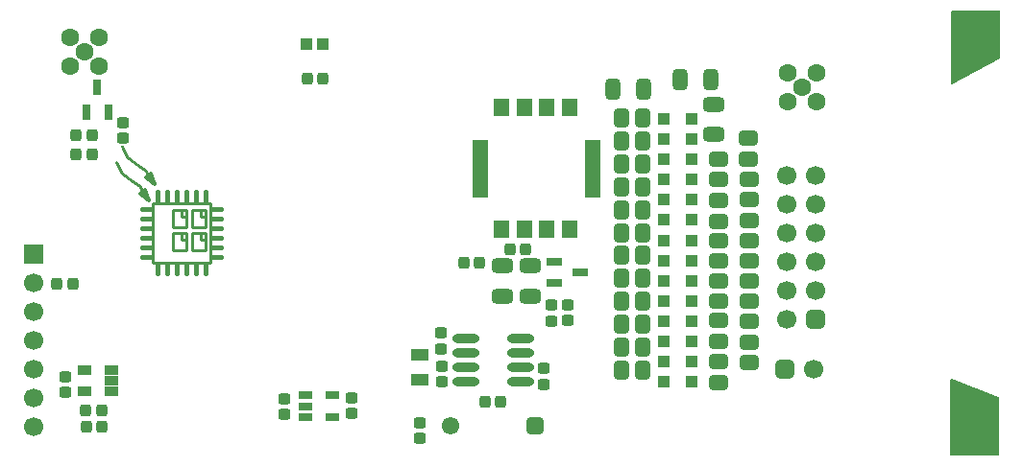
<source format=gts>
G04 Layer_Color=8388736*
%FSLAX25Y25*%
%MOIN*%
G70*
G01*
G75*
%ADD10C,0.01575*%
%ADD48C,0.01181*%
%ADD49C,0.01000*%
%ADD50C,0.00984*%
G04:AMPARAMS|DCode=57|XSize=66.93mil|YSize=55.12mil|CornerRadius=15.75mil|HoleSize=0mil|Usage=FLASHONLY|Rotation=180.000|XOffset=0mil|YOffset=0mil|HoleType=Round|Shape=RoundedRectangle|*
%AMROUNDEDRECTD57*
21,1,0.06693,0.02362,0,0,180.0*
21,1,0.03543,0.05512,0,0,180.0*
1,1,0.03150,-0.01772,0.01181*
1,1,0.03150,0.01772,0.01181*
1,1,0.03150,0.01772,-0.01181*
1,1,0.03150,-0.01772,-0.01181*
%
%ADD57ROUNDEDRECTD57*%
%ADD58R,0.04331X0.04331*%
G04:AMPARAMS|DCode=59|XSize=74.8mil|YSize=51.18mil|CornerRadius=14.76mil|HoleSize=0mil|Usage=FLASHONLY|Rotation=180.000|XOffset=0mil|YOffset=0mil|HoleType=Round|Shape=RoundedRectangle|*
%AMROUNDEDRECTD59*
21,1,0.07480,0.02165,0,0,180.0*
21,1,0.04528,0.05118,0,0,180.0*
1,1,0.02953,-0.02264,0.01083*
1,1,0.02953,0.02264,0.01083*
1,1,0.02953,0.02264,-0.01083*
1,1,0.02953,-0.02264,-0.01083*
%
%ADD59ROUNDEDRECTD59*%
G04:AMPARAMS|DCode=60|XSize=74.8mil|YSize=51.18mil|CornerRadius=14.76mil|HoleSize=0mil|Usage=FLASHONLY|Rotation=270.000|XOffset=0mil|YOffset=0mil|HoleType=Round|Shape=RoundedRectangle|*
%AMROUNDEDRECTD60*
21,1,0.07480,0.02165,0,0,270.0*
21,1,0.04528,0.05118,0,0,270.0*
1,1,0.02953,-0.01083,-0.02264*
1,1,0.02953,-0.01083,0.02264*
1,1,0.02953,0.01083,0.02264*
1,1,0.02953,0.01083,-0.02264*
%
%ADD60ROUNDEDRECTD60*%
%ADD61R,0.05512X0.20472*%
%ADD62R,0.05512X0.06102*%
G04:AMPARAMS|DCode=63|XSize=43.31mil|YSize=39.37mil|CornerRadius=11.81mil|HoleSize=0mil|Usage=FLASHONLY|Rotation=270.000|XOffset=0mil|YOffset=0mil|HoleType=Round|Shape=RoundedRectangle|*
%AMROUNDEDRECTD63*
21,1,0.04331,0.01575,0,0,270.0*
21,1,0.01969,0.03937,0,0,270.0*
1,1,0.02362,-0.00787,-0.00984*
1,1,0.02362,-0.00787,0.00984*
1,1,0.02362,0.00787,0.00984*
1,1,0.02362,0.00787,-0.00984*
%
%ADD63ROUNDEDRECTD63*%
G04:AMPARAMS|DCode=64|XSize=66.93mil|YSize=55.12mil|CornerRadius=15.75mil|HoleSize=0mil|Usage=FLASHONLY|Rotation=90.000|XOffset=0mil|YOffset=0mil|HoleType=Round|Shape=RoundedRectangle|*
%AMROUNDEDRECTD64*
21,1,0.06693,0.02362,0,0,90.0*
21,1,0.03543,0.05512,0,0,90.0*
1,1,0.03150,0.01181,0.01772*
1,1,0.03150,0.01181,-0.01772*
1,1,0.03150,-0.01181,-0.01772*
1,1,0.03150,-0.01181,0.01772*
%
%ADD64ROUNDEDRECTD64*%
G04:AMPARAMS|DCode=65|XSize=43.31mil|YSize=39.37mil|CornerRadius=11.81mil|HoleSize=0mil|Usage=FLASHONLY|Rotation=0.000|XOffset=0mil|YOffset=0mil|HoleType=Round|Shape=RoundedRectangle|*
%AMROUNDEDRECTD65*
21,1,0.04331,0.01575,0,0,0.0*
21,1,0.01969,0.03937,0,0,0.0*
1,1,0.02362,0.00984,-0.00787*
1,1,0.02362,-0.00984,-0.00787*
1,1,0.02362,-0.00984,0.00787*
1,1,0.02362,0.00984,0.00787*
%
%ADD65ROUNDEDRECTD65*%
%ADD66O,0.09449X0.03150*%
%ADD67R,0.04921X0.03150*%
%ADD68R,0.03937X0.04331*%
%ADD69R,0.06299X0.03937*%
%ADD70R,0.05118X0.03347*%
%ADD71R,0.05315X0.03150*%
%ADD72R,0.03150X0.05315*%
%ADD73C,0.06102*%
G04:AMPARAMS|DCode=74|XSize=61.02mil|YSize=61.02mil|CornerRadius=17.22mil|HoleSize=0mil|Usage=FLASHONLY|Rotation=180.000|XOffset=0mil|YOffset=0mil|HoleType=Round|Shape=RoundedRectangle|*
%AMROUNDEDRECTD74*
21,1,0.06102,0.02658,0,0,180.0*
21,1,0.02658,0.06102,0,0,180.0*
1,1,0.03445,-0.01329,0.01329*
1,1,0.03445,0.01329,0.01329*
1,1,0.03445,0.01329,-0.01329*
1,1,0.03445,-0.01329,-0.01329*
%
%ADD74ROUNDEDRECTD74*%
%ADD75C,0.06299*%
G04:AMPARAMS|DCode=76|XSize=66.93mil|YSize=66.93mil|CornerRadius=18.7mil|HoleSize=0mil|Usage=FLASHONLY|Rotation=0.000|XOffset=0mil|YOffset=0mil|HoleType=Round|Shape=RoundedRectangle|*
%AMROUNDEDRECTD76*
21,1,0.06693,0.02953,0,0,0.0*
21,1,0.02953,0.06693,0,0,0.0*
1,1,0.03740,0.01476,-0.01476*
1,1,0.03740,-0.01476,-0.01476*
1,1,0.03740,-0.01476,0.01476*
1,1,0.03740,0.01476,0.01476*
%
%ADD76ROUNDEDRECTD76*%
%ADD77C,0.06693*%
G04:AMPARAMS|DCode=78|XSize=66.93mil|YSize=66.93mil|CornerRadius=18.7mil|HoleSize=0mil|Usage=FLASHONLY|Rotation=90.000|XOffset=0mil|YOffset=0mil|HoleType=Round|Shape=RoundedRectangle|*
%AMROUNDEDRECTD78*
21,1,0.06693,0.02953,0,0,90.0*
21,1,0.02953,0.06693,0,0,90.0*
1,1,0.03740,0.01476,0.01476*
1,1,0.03740,0.01476,-0.01476*
1,1,0.03740,-0.01476,-0.01476*
1,1,0.03740,-0.01476,0.01476*
%
%ADD78ROUNDEDRECTD78*%
%ADD79R,0.06693X0.06693*%
G36*
X340256Y22305D02*
X340354Y22206D01*
Y2089D01*
X339999Y1738D01*
X323622Y1931D01*
Y28164D01*
X324033Y28448D01*
X340256Y22305D01*
D02*
G37*
G36*
X340748Y139862D02*
X340650Y139764D01*
X324276Y130705D01*
X323845Y130959D01*
X323787Y156142D01*
X324141Y156496D01*
X340748Y156496D01*
Y139862D01*
D02*
G37*
D10*
X48524Y65059D02*
Y68602D01*
X51831Y65059D02*
Y68602D01*
X55138Y65059D02*
Y68602D01*
X58445Y65059D02*
Y68602D01*
X61752Y65059D02*
Y68602D01*
X65059Y65059D02*
Y68602D01*
X43012Y70965D02*
X46555D01*
X43012Y74272D02*
X46555D01*
X43012Y77579D02*
X46555D01*
X43012Y80886D02*
X46555D01*
X43012Y84193D02*
X46555D01*
X43012Y87500D02*
X46555D01*
X67028Y70965D02*
X70571D01*
X67028Y74272D02*
X70571D01*
X67028Y77579D02*
X70571D01*
X67028Y80886D02*
X70571D01*
X67028Y84193D02*
X70571D01*
X67028Y87500D02*
X70571D01*
X48524Y89862D02*
Y93405D01*
X51831Y89862D02*
Y93405D01*
X55138Y89862D02*
Y93405D01*
X58445Y89862D02*
Y93405D01*
X61752Y89862D02*
Y93405D01*
X65059Y89862D02*
Y93405D01*
D48*
X44587Y98524D02*
X47343Y96161D01*
X44587Y98524D02*
X46161Y99705D01*
X47343Y96161D01*
X45768Y98524D02*
X47343Y96161D01*
X42618Y93012D02*
X45374Y90650D01*
X42618Y93012D02*
X44193Y94193D01*
X45374Y90650D01*
X43799Y93012D02*
X45374Y90650D01*
D49*
X36283Y109164D02*
G03*
X41439Y102861I8997J2099D01*
G01*
X46161Y97736D02*
G03*
X41439Y102861I-7349J-2034D01*
G01*
X34315Y103652D02*
G03*
X39471Y97349I8997J2099D01*
G01*
X44193Y92224D02*
G03*
X39471Y97349I-7349J-2034D01*
G01*
D50*
X66634Y68996D02*
Y89468D01*
X46949Y68996D02*
X66634D01*
X46949D02*
Y89468D01*
X66634D01*
X53642Y79232D02*
X58366D01*
X53642Y73327D02*
Y79232D01*
Y73327D02*
X58366D01*
Y79232D01*
X56791Y76870D02*
X58366D01*
X56791D02*
Y79232D01*
X60335D02*
X65059D01*
X60335Y73327D02*
Y79232D01*
Y73327D02*
X65059D01*
Y79232D01*
X63484Y76870D02*
X65059D01*
X63484D02*
Y79232D01*
X53642Y87106D02*
X58366D01*
X53642Y81201D02*
Y87106D01*
Y81201D02*
X58366D01*
Y87106D01*
X56791Y84744D02*
X58366D01*
X56791D02*
Y87106D01*
X63484Y84744D02*
Y87106D01*
Y84744D02*
X65059D01*
Y81201D02*
Y87106D01*
X60335Y81201D02*
X65059D01*
X60335D02*
Y87106D01*
X65059D01*
D57*
X253740Y41240D02*
D03*
Y34154D02*
D03*
X243209Y34449D02*
D03*
Y27362D02*
D03*
X253543Y112106D02*
D03*
Y105020D02*
D03*
X243110Y104921D02*
D03*
Y97835D02*
D03*
X253740D02*
D03*
Y90748D02*
D03*
X243110Y90453D02*
D03*
Y83366D02*
D03*
X253740Y83563D02*
D03*
Y76476D02*
D03*
X243209Y76673D02*
D03*
Y69587D02*
D03*
X253642Y69488D02*
D03*
Y62402D02*
D03*
X243110Y62697D02*
D03*
Y55610D02*
D03*
X253839D02*
D03*
Y48524D02*
D03*
X243110Y48720D02*
D03*
Y41634D02*
D03*
D58*
X224213Y118898D02*
D03*
X233661D02*
D03*
X224213Y111864D02*
D03*
X233661D02*
D03*
X224213Y104831D02*
D03*
X233661D02*
D03*
X224213Y97797D02*
D03*
X233661D02*
D03*
X224213Y90763D02*
D03*
X233661D02*
D03*
X224213Y83729D02*
D03*
X233661D02*
D03*
X224213Y76695D02*
D03*
X233661D02*
D03*
X224213Y69662D02*
D03*
X233661D02*
D03*
X224213Y62628D02*
D03*
X233661D02*
D03*
X224213Y55594D02*
D03*
X233661D02*
D03*
X224213Y48560D02*
D03*
X233661D02*
D03*
X224213Y27459D02*
D03*
X233661D02*
D03*
X224213Y41526D02*
D03*
X233661D02*
D03*
X224213Y34493D02*
D03*
X233661D02*
D03*
D59*
X241437Y124016D02*
D03*
Y113386D02*
D03*
X177657Y57185D02*
D03*
Y67815D02*
D03*
X168012Y67913D02*
D03*
Y57284D02*
D03*
D60*
X229724Y132480D02*
D03*
X240354D02*
D03*
X206496Y129232D02*
D03*
X217126D02*
D03*
D61*
X160335Y101378D02*
D03*
X199311D02*
D03*
D62*
X167815Y80512D02*
D03*
X175689D02*
D03*
X183563D02*
D03*
X191437D02*
D03*
Y123031D02*
D03*
X183563D02*
D03*
X175689D02*
D03*
X167815D02*
D03*
D63*
X167618Y20452D02*
D03*
X162107D02*
D03*
X176181Y73622D02*
D03*
X170669D02*
D03*
X154724Y68898D02*
D03*
X160236D02*
D03*
X20276Y106595D02*
D03*
X25787D02*
D03*
X23720Y11713D02*
D03*
X29232D02*
D03*
X29035Y17520D02*
D03*
X23524D02*
D03*
X25787Y113287D02*
D03*
X20276D02*
D03*
X105847Y132998D02*
D03*
X100336D02*
D03*
X13484Y61417D02*
D03*
X18996D02*
D03*
D64*
X209547Y31595D02*
D03*
X216634D02*
D03*
Y119291D02*
D03*
X209547D02*
D03*
Y111140D02*
D03*
X216634D02*
D03*
Y103185D02*
D03*
X209547D02*
D03*
Y95231D02*
D03*
X216634D02*
D03*
Y87276D02*
D03*
X209547D02*
D03*
Y79322D02*
D03*
X216634D02*
D03*
Y71367D02*
D03*
X209547D02*
D03*
Y63413D02*
D03*
X216634D02*
D03*
Y55458D02*
D03*
X209547D02*
D03*
Y47504D02*
D03*
X216634D02*
D03*
Y39549D02*
D03*
X209547D02*
D03*
D65*
X146752Y38976D02*
D03*
Y44488D02*
D03*
X182580Y32185D02*
D03*
Y26673D02*
D03*
X190945Y54232D02*
D03*
Y48720D02*
D03*
X147145Y32972D02*
D03*
Y27461D02*
D03*
X185047Y48622D02*
D03*
Y54134D02*
D03*
X139567Y13287D02*
D03*
Y7776D02*
D03*
X92421Y21654D02*
D03*
Y16142D02*
D03*
X115792Y16447D02*
D03*
Y21959D02*
D03*
X36574Y117691D02*
D03*
Y112179D02*
D03*
X16437Y29232D02*
D03*
Y23721D02*
D03*
D66*
X155413Y42539D02*
D03*
Y37539D02*
D03*
Y32539D02*
D03*
Y27539D02*
D03*
X174311Y42539D02*
D03*
Y37539D02*
D03*
Y32539D02*
D03*
Y27539D02*
D03*
D67*
X109153Y22736D02*
D03*
Y15256D02*
D03*
X99705D02*
D03*
Y18996D02*
D03*
Y22736D02*
D03*
D68*
X100197Y144783D02*
D03*
X105709D02*
D03*
D69*
X139370Y36909D02*
D03*
Y28248D02*
D03*
D70*
X23031Y24213D02*
D03*
Y31693D02*
D03*
X32480D02*
D03*
Y27953D02*
D03*
Y24213D02*
D03*
D71*
X194980Y65453D02*
D03*
X186122Y61713D02*
D03*
Y69193D02*
D03*
D72*
X23819Y121063D02*
D03*
X31299D02*
D03*
X27559Y129921D02*
D03*
D73*
X150256Y12183D02*
D03*
D74*
X179469D02*
D03*
D75*
X23031Y142323D02*
D03*
X28032Y147323D02*
D03*
X18032D02*
D03*
Y137323D02*
D03*
X28032D02*
D03*
X272146Y129921D02*
D03*
X277146Y124921D02*
D03*
Y134921D02*
D03*
X267146D02*
D03*
Y124921D02*
D03*
D76*
X266240Y31890D02*
D03*
D77*
X276240D02*
D03*
X266673Y99114D02*
D03*
X276673D02*
D03*
X266673Y89114D02*
D03*
X276673D02*
D03*
X266673Y79114D02*
D03*
X276673D02*
D03*
X266673Y69114D02*
D03*
X276673D02*
D03*
X266673Y59114D02*
D03*
X276673D02*
D03*
X266673Y49114D02*
D03*
X5610Y51752D02*
D03*
Y61752D02*
D03*
Y41752D02*
D03*
Y31752D02*
D03*
Y21752D02*
D03*
Y11752D02*
D03*
D78*
X276673Y49114D02*
D03*
D79*
X5610Y71752D02*
D03*
M02*

</source>
